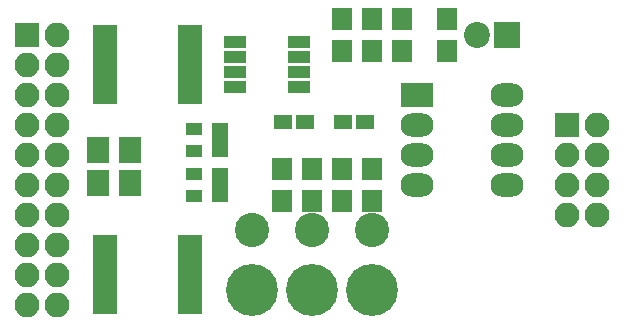
<source format=gbr>
G04 #@! TF.FileFunction,Soldermask,Top*
%FSLAX46Y46*%
G04 Gerber Fmt 4.6, Leading zero omitted, Abs format (unit mm)*
G04 Created by KiCad (PCBNEW 4.0.4-stable) date 05/31/18 11:07:36*
%MOMM*%
%LPD*%
G01*
G04 APERTURE LIST*
%ADD10C,0.100000*%
%ADD11R,1.600000X1.150000*%
%ADD12R,2.200000X2.200000*%
%ADD13C,2.200000*%
%ADD14R,2.100000X2.100000*%
%ADD15O,2.100000X2.100000*%
%ADD16R,1.940000X2.200000*%
%ADD17C,2.899360*%
%ADD18C,4.400500*%
%ADD19R,1.700000X1.900000*%
%ADD20R,2.800000X2.000000*%
%ADD21O,2.800000X2.000000*%
%ADD22R,1.460000X1.050000*%
%ADD23R,2.150000X0.850000*%
%ADD24R,1.950000X1.000000*%
G04 APERTURE END LIST*
D10*
D11*
X140396000Y-98806000D03*
X138496000Y-98806000D03*
X143576000Y-98806000D03*
X145476000Y-98806000D03*
D12*
X157480000Y-91440000D03*
D13*
X154940000Y-91440000D03*
D14*
X116840000Y-91440000D03*
D15*
X119380000Y-91440000D03*
X116840000Y-93980000D03*
X119380000Y-93980000D03*
X116840000Y-96520000D03*
X119380000Y-96520000D03*
X116840000Y-99060000D03*
X119380000Y-99060000D03*
X116840000Y-101600000D03*
X119380000Y-101600000D03*
X116840000Y-104140000D03*
X119380000Y-104140000D03*
X116840000Y-106680000D03*
X119380000Y-106680000D03*
X116840000Y-109220000D03*
X119380000Y-109220000D03*
X116840000Y-111760000D03*
X119380000Y-111760000D03*
X116840000Y-114300000D03*
X119380000Y-114300000D03*
D16*
X122866000Y-104016000D03*
X125546000Y-104016000D03*
X125546000Y-101216000D03*
X122866000Y-101216000D03*
D17*
X140970000Y-107950000D03*
D18*
X140970000Y-113030000D03*
D17*
X146050000Y-107950000D03*
D18*
X146050000Y-113030000D03*
D17*
X135890000Y-107950000D03*
D18*
X135890000Y-113030000D03*
D14*
X162560000Y-99060000D03*
D15*
X165100000Y-99060000D03*
X162560000Y-101600000D03*
X165100000Y-101600000D03*
X162560000Y-104140000D03*
X165100000Y-104140000D03*
X162560000Y-106680000D03*
X165100000Y-106680000D03*
D19*
X138430000Y-102790000D03*
X138430000Y-105490000D03*
X140970000Y-102790000D03*
X140970000Y-105490000D03*
X143510000Y-102790000D03*
X143510000Y-105490000D03*
X146050000Y-102790000D03*
X146050000Y-105490000D03*
X143510000Y-92790000D03*
X143510000Y-90090000D03*
X146050000Y-90090000D03*
X146050000Y-92790000D03*
X148590000Y-92790000D03*
X148590000Y-90090000D03*
X152400000Y-90090000D03*
X152400000Y-92790000D03*
D20*
X149860000Y-96520000D03*
D21*
X157480000Y-104140000D03*
X149860000Y-99060000D03*
X157480000Y-101600000D03*
X149860000Y-101600000D03*
X157480000Y-99060000D03*
X149860000Y-104140000D03*
X157480000Y-96520000D03*
D22*
X133180000Y-105090000D03*
X133180000Y-104140000D03*
X133180000Y-103190000D03*
X130980000Y-103190000D03*
X130980000Y-105090000D03*
D23*
X130600000Y-96905000D03*
X130600000Y-96255000D03*
X130600000Y-95605000D03*
X130600000Y-94955000D03*
X130600000Y-94305000D03*
X130600000Y-93655000D03*
X130600000Y-93005000D03*
X130600000Y-92355000D03*
X130600000Y-91705000D03*
X130600000Y-91055000D03*
X123400000Y-91055000D03*
X123400000Y-91705000D03*
X123400000Y-92355000D03*
X123400000Y-93005000D03*
X123400000Y-93655000D03*
X123400000Y-94305000D03*
X123400000Y-94955000D03*
X123400000Y-95605000D03*
X123400000Y-96255000D03*
X123400000Y-96905000D03*
X130600000Y-114685000D03*
X130600000Y-114035000D03*
X130600000Y-113385000D03*
X130600000Y-112735000D03*
X130600000Y-112085000D03*
X130600000Y-111435000D03*
X130600000Y-110785000D03*
X130600000Y-110135000D03*
X130600000Y-109485000D03*
X130600000Y-108835000D03*
X123400000Y-108835000D03*
X123400000Y-109485000D03*
X123400000Y-110135000D03*
X123400000Y-110785000D03*
X123400000Y-111435000D03*
X123400000Y-112085000D03*
X123400000Y-112735000D03*
X123400000Y-113385000D03*
X123400000Y-114035000D03*
X123400000Y-114685000D03*
D22*
X133180000Y-101280000D03*
X133180000Y-100330000D03*
X133180000Y-99380000D03*
X130980000Y-99380000D03*
X130980000Y-101280000D03*
D24*
X139860000Y-95885000D03*
X139860000Y-94615000D03*
X139860000Y-93345000D03*
X139860000Y-92075000D03*
X134460000Y-92075000D03*
X134460000Y-93345000D03*
X134460000Y-94615000D03*
X134460000Y-95885000D03*
M02*

</source>
